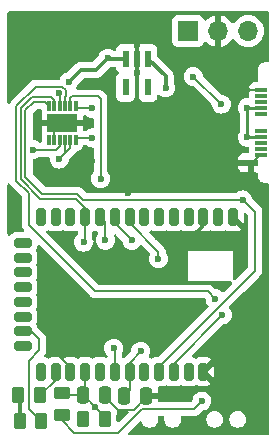
<source format=gbr>
%TF.GenerationSoftware,KiCad,Pcbnew,8.0.1-rc1*%
%TF.CreationDate,2025-05-18T23:27:59-05:00*%
%TF.ProjectId,rfReciever,72665265-6369-4657-9665-722e6b696361,rev?*%
%TF.SameCoordinates,Original*%
%TF.FileFunction,Copper,L4,Bot*%
%TF.FilePolarity,Positive*%
%FSLAX46Y46*%
G04 Gerber Fmt 4.6, Leading zero omitted, Abs format (unit mm)*
G04 Created by KiCad (PCBNEW 8.0.1-rc1) date 2025-05-18 23:27:59*
%MOMM*%
%LPD*%
G01*
G04 APERTURE LIST*
G04 Aperture macros list*
%AMRoundRect*
0 Rectangle with rounded corners*
0 $1 Rounding radius*
0 $2 $3 $4 $5 $6 $7 $8 $9 X,Y pos of 4 corners*
0 Add a 4 corners polygon primitive as box body*
4,1,4,$2,$3,$4,$5,$6,$7,$8,$9,$2,$3,0*
0 Add four circle primitives for the rounded corners*
1,1,$1+$1,$2,$3*
1,1,$1+$1,$4,$5*
1,1,$1+$1,$6,$7*
1,1,$1+$1,$8,$9*
0 Add four rect primitives between the rounded corners*
20,1,$1+$1,$2,$3,$4,$5,0*
20,1,$1+$1,$4,$5,$6,$7,0*
20,1,$1+$1,$6,$7,$8,$9,0*
20,1,$1+$1,$8,$9,$2,$3,0*%
G04 Aperture macros list end*
%TA.AperFunction,ComponentPad*%
%ADD10R,1.700000X1.700000*%
%TD*%
%TA.AperFunction,ComponentPad*%
%ADD11O,1.700000X1.700000*%
%TD*%
%TA.AperFunction,SMDPad,CuDef*%
%ADD12R,1.000000X0.298000*%
%TD*%
%TA.AperFunction,SMDPad,CuDef*%
%ADD13R,1.150000X0.630000*%
%TD*%
%TA.AperFunction,SMDPad,CuDef*%
%ADD14RoundRect,0.031250X0.093750X-0.388750X0.093750X0.388750X-0.093750X0.388750X-0.093750X-0.388750X0*%
%TD*%
%TA.AperFunction,SMDPad,CuDef*%
%ADD15R,2.500000X1.600000*%
%TD*%
%TA.AperFunction,SMDPad,CuDef*%
%ADD16RoundRect,0.250000X-0.262500X-0.450000X0.262500X-0.450000X0.262500X0.450000X-0.262500X0.450000X0*%
%TD*%
%TA.AperFunction,SMDPad,CuDef*%
%ADD17R,0.558800X1.473200*%
%TD*%
%TA.AperFunction,SMDPad,CuDef*%
%ADD18RoundRect,0.250000X-0.250000X-0.475000X0.250000X-0.475000X0.250000X0.475000X-0.250000X0.475000X0*%
%TD*%
%TA.AperFunction,SMDPad,CuDef*%
%ADD19RoundRect,0.209550X0.209550X-0.514350X0.209550X0.514350X-0.209550X0.514350X-0.209550X-0.514350X0*%
%TD*%
%TA.AperFunction,SMDPad,CuDef*%
%ADD20RoundRect,0.209550X-0.514350X-0.209550X0.514350X-0.209550X0.514350X0.209550X-0.514350X0.209550X0*%
%TD*%
%TA.AperFunction,SMDPad,CuDef*%
%ADD21RoundRect,0.250000X-0.450000X0.262500X-0.450000X-0.262500X0.450000X-0.262500X0.450000X0.262500X0*%
%TD*%
%TA.AperFunction,SMDPad,CuDef*%
%ADD22RoundRect,0.250000X0.262500X0.450000X-0.262500X0.450000X-0.262500X-0.450000X0.262500X-0.450000X0*%
%TD*%
%TA.AperFunction,ViaPad*%
%ADD23C,0.600000*%
%TD*%
%TA.AperFunction,Conductor*%
%ADD24C,0.250000*%
%TD*%
%TA.AperFunction,Conductor*%
%ADD25C,0.200000*%
%TD*%
%TA.AperFunction,Conductor*%
%ADD26C,0.150000*%
%TD*%
%TA.AperFunction,Conductor*%
%ADD27C,0.360000*%
%TD*%
G04 APERTURE END LIST*
D10*
%TO.P,J4,1,Pin_1*%
%TO.N,+3.3V*%
X148600000Y-53700000D03*
D11*
%TO.P,J4,2,Pin_2*%
%TO.N,GND*%
X151140000Y-53700000D03*
%TO.P,J4,3,Pin_3*%
%TO.N,+5V*%
X153680000Y-53700000D03*
%TD*%
D12*
%TO.P,J1,B1,GND_B1*%
%TO.N,GND*%
X154755750Y-64200000D03*
%TO.P,J1,B2,TX2+*%
%TO.N,unconnected-(J1-TX2+-PadB2)*%
X154755750Y-63700000D03*
%TO.P,J1,B3,TX2-*%
%TO.N,unconnected-(J1-TX2--PadB3)*%
X154755750Y-63200000D03*
%TO.P,J1,B4,VBUS_B4*%
%TO.N,+5V*%
X154755750Y-62700000D03*
%TO.P,J1,B5,VCONN*%
%TO.N,unconnected-(J1-VCONN-PadB5)*%
X154755750Y-62200000D03*
%TO.P,J1,B8,SBU2*%
%TO.N,unconnected-(J1-SBU2-PadB8)*%
X154755750Y-60700000D03*
%TO.P,J1,B9,VBUS_B9*%
%TO.N,+5V*%
X154755750Y-60200000D03*
%TO.P,J1,B10,RX1-*%
%TO.N,unconnected-(J1-RX1--PadB10)*%
X154755750Y-59700000D03*
%TO.P,J1,B11,RX1+*%
%TO.N,unconnected-(J1-RX1+-PadB11)*%
X154755750Y-59200000D03*
%TO.P,J1,B12,GND_B12*%
%TO.N,GND*%
X154755750Y-58700000D03*
D13*
%TO.P,J1,SH2,SHIELD2*%
X153915750Y-64870000D03*
%TD*%
D14*
%TO.P,U3,1,USBDM*%
%TO.N,/USBDM*%
X139060000Y-62930000D03*
%TO.P,U3,2,~{RESET}#*%
%TO.N,/FTDI_RESET*%
X138610000Y-62930000D03*
%TO.P,U3,3,3V3OUT*%
X138160000Y-62930000D03*
%TO.P,U3,4,VCC*%
%TO.N,+3.3V*%
X137710000Y-62930000D03*
%TO.P,U3,5,GND*%
%TO.N,GND*%
X137260000Y-62930000D03*
%TO.P,U3,6,CBUS0*%
%TO.N,unconnected-(U3-CBUS0-Pad6)*%
X136810000Y-62930000D03*
%TO.P,U3,7,TXD*%
%TO.N,/RF_TXD*%
X136810000Y-60060000D03*
%TO.P,U3,8,RTS#*%
%TO.N,/UART_RTS*%
X137260000Y-60060000D03*
%TO.P,U3,9,VCCIO*%
%TO.N,/FTDI_RESET*%
X137710000Y-60060000D03*
%TO.P,U3,10,RXD*%
%TO.N,/RF_RXD*%
X138160000Y-60060000D03*
%TO.P,U3,11,CTS#*%
%TO.N,/UART_CTS*%
X138610000Y-60060000D03*
%TO.P,U3,12,USBDP*%
%TO.N,/USBDP*%
X139060000Y-60060000D03*
D15*
%TO.P,U3,13,GND*%
%TO.N,GND*%
X137935000Y-61495000D03*
%TD*%
D16*
%TO.P,R17,1*%
%TO.N,+3.3V*%
X134219100Y-84553200D03*
%TO.P,R17,2*%
%TO.N,/RF_BOOTMODE*%
X136044100Y-84553200D03*
%TD*%
D17*
%TO.P,U1,1,OUT*%
%TO.N,+3.3V*%
X143299999Y-56056200D03*
%TO.P,U1,2,GND*%
%TO.N,GND*%
X144250000Y-56056200D03*
%TO.P,U1,3,IN*%
%TO.N,+5V*%
X145200001Y-56056200D03*
%TO.P,U1,4,NC*%
%TO.N,unconnected-(U1-NC-Pad4)*%
X145200001Y-58443800D03*
%TO.P,U1,5,NC*%
%TO.N,unconnected-(U1-NC-Pad5)*%
X143299999Y-58443800D03*
%TD*%
D16*
%TO.P,R11,1*%
%TO.N,+3.3V*%
X134337500Y-86750000D03*
%TO.P,R11,2*%
%TO.N,Net-(X1-SPI_N_SSEL{slash}DIO17)*%
X136162500Y-86750000D03*
%TD*%
D18*
%TO.P,C9,1*%
%TO.N,/RF_SLEEP*%
X139681600Y-84553200D03*
%TO.P,C9,2*%
%TO.N,GND*%
X141581600Y-84553200D03*
%TD*%
D19*
%TO.P,X1,1,GND*%
%TO.N,GND*%
X149880640Y-82553200D03*
%TO.P,X1,2,VCC*%
%TO.N,+3.3V*%
X148630960Y-82553200D03*
%TO.P,X1,3,UART_TX/DIO13*%
%TO.N,/RF_RXD*%
X147381280Y-82553200D03*
%TO.P,X1,4,UART_RX/N_CONFIG/DIO14*%
%TO.N,/RF_TXD*%
X146131600Y-82553200D03*
%TO.P,X1,5,DIO12*%
%TO.N,unconnected-(X1-DIO12-Pad5)*%
X144881920Y-82553200D03*
%TO.P,X1,6,N_RESET*%
%TO.N,/RF_RESET*%
X143632240Y-82553200D03*
%TO.P,X1,7,RSSI/PWM/DIO10*%
%TO.N,/RF_PWM*%
X142382560Y-82553200D03*
%TO.P,X1,8,PWM/GPIO11/I2C_SDA*%
%TO.N,unconnected-(X1-PWM{slash}GPIO11{slash}I2C_SDA-Pad8)*%
X141132880Y-82553200D03*
%TO.P,X1,9,N_DTR/SLEEP_RQ/DIO8*%
%TO.N,/RF_SLEEP*%
X139883200Y-82553200D03*
%TO.P,X1,10,GND*%
%TO.N,GND*%
X138633520Y-82553200D03*
%TO.P,X1,11,N_BOOTMODE/SPI_N_ATTN/DIO19*%
%TO.N,/RF_BOOTMODE*%
X137383840Y-82553200D03*
%TO.P,X1,12,GND*%
%TO.N,GND*%
X136134160Y-82553200D03*
D20*
%TO.P,X1,13,SPI_CLK/DIO18*%
%TO.N,unconnected-(X1-SPI_CLK{slash}DIO18-Pad13)*%
X134597460Y-80381500D03*
%TO.P,X1,14,SPI_N_SSEL/DIO17*%
%TO.N,Net-(X1-SPI_N_SSEL{slash}DIO17)*%
X134597460Y-79131820D03*
%TO.P,X1,15,ASSOCIATE/SPI_MOSI/DIO16*%
%TO.N,unconnected-(X1-ASSOCIATE{slash}SPI_MOSI{slash}DIO16-Pad15)*%
X134597460Y-77882140D03*
%TO.P,X1,16,SPI_MISO/DIO15*%
%TO.N,unconnected-(X1-SPI_MISO{slash}DIO15-Pad16)*%
X134597460Y-76632460D03*
%TO.P,X1,17,[reserved]*%
%TO.N,unconnected-(X1-[reserved]-Pad17)*%
X134597460Y-75382780D03*
%TO.P,X1,18,[reserved]*%
%TO.N,unconnected-(X1-[reserved]-Pad18)*%
X134597460Y-74133100D03*
%TO.P,X1,19,[reserved]*%
%TO.N,unconnected-(X1-[reserved]-Pad19)*%
X134597460Y-72883420D03*
%TO.P,X1,20,COMMISSION/[reserved]*%
%TO.N,unconnected-(X1-COMMISSION{slash}[reserved]-Pad20)*%
X134597460Y-71633740D03*
D19*
%TO.P,X1,21,GND*%
%TO.N,GND*%
X136134160Y-69446800D03*
%TO.P,X1,22,[reserved]*%
%TO.N,unconnected-(X1-[reserved]-Pad22)*%
X137383840Y-69446800D03*
%TO.P,X1,23,DIO4*%
%TO.N,unconnected-(X1-DIO4-Pad23)*%
X138633520Y-69446800D03*
%TO.P,X1,24,N_CTS/DIO7*%
%TO.N,/UART_RTS*%
X139883200Y-69446800D03*
%TO.P,X1,25,ON/N_SLEEP/DIO9*%
%TO.N,/RF_DSLEEP*%
X141132880Y-69446800D03*
%TO.P,X1,26,ASSOCIATE/DIO5*%
%TO.N,/RF_ASSOCIATE*%
X142382560Y-69446800D03*
%TO.P,X1,27,N_RTS/DIO6*%
%TO.N,/UART_CTS*%
X143632240Y-69446800D03*
%TO.P,X1,28,AD3/DIO3*%
%TO.N,unconnected-(X1-AD3{slash}DIO3-Pad28)*%
X144881920Y-69446800D03*
%TO.P,X1,29,AD2/DIO2*%
%TO.N,unconnected-(X1-AD2{slash}DIO2-Pad29)*%
X146131600Y-69446800D03*
%TO.P,X1,30,AD1/DIO1/I2C_SCL*%
%TO.N,unconnected-(X1-AD1{slash}DIO1{slash}I2C_SCL-Pad30)*%
X147381280Y-69446800D03*
%TO.P,X1,31,COMMISSION/AD0/DIO0*%
%TO.N,unconnected-(X1-COMMISSION{slash}AD0{slash}DIO0-Pad31)*%
X148630960Y-69446800D03*
%TO.P,X1,32,GND*%
%TO.N,GND*%
X149880640Y-69446800D03*
%TO.P,X1,33,RF*%
%TO.N,unconnected-(X1-RF-Pad33)*%
X151130320Y-69446800D03*
%TO.P,X1,34,GND*%
%TO.N,GND*%
X152380000Y-69446800D03*
%TD*%
D21*
%TO.P,R13,1*%
%TO.N,/RF_SLEEP*%
X137881600Y-84390700D03*
%TO.P,R13,2*%
%TO.N,/RF_SW_SLEEP*%
X137881600Y-86215700D03*
%TD*%
D18*
%TO.P,C8,1*%
%TO.N,/RF_RESET*%
X143131250Y-84600000D03*
%TO.P,C8,2*%
%TO.N,GND*%
X145031250Y-84600000D03*
%TD*%
D22*
%TO.P,R10,1*%
%TO.N,/RF_SLEEP*%
X141544100Y-86553200D03*
%TO.P,R10,2*%
%TO.N,+3.3V*%
X139719100Y-86553200D03*
%TD*%
D23*
%TO.N,GND*%
X140460000Y-64750000D03*
X142400000Y-53400000D03*
X137685000Y-66445000D03*
X152630000Y-64870000D03*
X151793750Y-83000000D03*
X136134160Y-69446800D03*
X146250000Y-87500000D03*
X137918750Y-71587500D03*
X137006600Y-80553200D03*
X136134160Y-82553200D03*
X142750000Y-86500000D03*
X146681600Y-80303200D03*
X137935000Y-61495000D03*
X152380000Y-69174998D03*
X146081250Y-71175000D03*
X134100000Y-69400000D03*
X147750000Y-61450000D03*
X140460000Y-58250000D03*
X151100000Y-52350000D03*
X151750000Y-87500000D03*
X152900000Y-58000000D03*
X143518750Y-67400000D03*
X149880640Y-69446800D03*
%TO.N,/RF_TXD*%
X153200000Y-68000000D03*
%TO.N,/RF_RXD*%
X151500000Y-77750000D03*
X150875000Y-76375000D03*
%TO.N,/UART_RTS*%
X139743750Y-71587500D03*
%TO.N,/UART_CTS*%
X146081250Y-73000000D03*
X141182500Y-66200000D03*
%TO.N,/RF_SLEEP*%
X140700000Y-85500000D03*
%TO.N,/RF_RESET*%
X144581250Y-80825000D03*
X143131250Y-84750000D03*
%TO.N,/RF_PWM*%
X142294100Y-80553200D03*
%TO.N,/RF_ASSOCIATE*%
X143831250Y-71425000D03*
%TO.N,+5V*%
X146700000Y-58500000D03*
X153600000Y-60200000D03*
X153600000Y-62700000D03*
%TO.N,+3.3V*%
X134219100Y-84553200D03*
X139719100Y-86553200D03*
X148630960Y-82553200D03*
X138500000Y-58000000D03*
X135425000Y-63750000D03*
X141800000Y-56000000D03*
%TO.N,/RF_SW_SLEEP*%
X149756250Y-85037500D03*
%TO.N,/RF_DSLEEP*%
X141581250Y-71425000D03*
%TO.N,/USBDM*%
X140497500Y-62750000D03*
%TO.N,/USBDP*%
X140497500Y-60250000D03*
%TO.N,/FTDI_RESET*%
X137685000Y-64545000D03*
X137685000Y-58995000D03*
%TO.N,/USB_Identifier*%
X149040000Y-57560000D03*
X151400000Y-59900000D03*
%TD*%
D24*
%TO.N,GND*%
X149880640Y-70170699D02*
X148876339Y-71175000D01*
D25*
X141581600Y-84553200D02*
X141581600Y-84710094D01*
X142646506Y-85775000D02*
X143980820Y-85775000D01*
X145031250Y-84724570D02*
X145031250Y-84600000D01*
D24*
X151160000Y-52410000D02*
X151160000Y-53948959D01*
D25*
X141581600Y-84710094D02*
X142646506Y-85775000D01*
D26*
X137260000Y-62930000D02*
X137260000Y-62170000D01*
D25*
X143980820Y-85775000D02*
X145031250Y-84724570D01*
X137006600Y-80553200D02*
X138633520Y-82180120D01*
X142750000Y-86500000D02*
X142750000Y-85878494D01*
D24*
X144250000Y-54850000D02*
X144250000Y-56056200D01*
D25*
X153616306Y-58716306D02*
X154748994Y-58716306D01*
X153915750Y-64870000D02*
X154032767Y-64870000D01*
D24*
X148876339Y-71175000D02*
X146081250Y-71175000D01*
X142400000Y-53400000D02*
X142800000Y-53400000D01*
D25*
X152900000Y-58000000D02*
X153616306Y-58716306D01*
X142750000Y-85878494D02*
X142646506Y-85775000D01*
X138633520Y-82180120D02*
X138633520Y-82553200D01*
D26*
X137260000Y-62170000D02*
X137935000Y-61495000D01*
D24*
X151160000Y-53948959D02*
X150884479Y-54224480D01*
D25*
X154032767Y-64870000D02*
X154697994Y-64204773D01*
D24*
X142800000Y-53400000D02*
X144250000Y-54850000D01*
X149880640Y-69446800D02*
X149880640Y-70170699D01*
X151100000Y-52350000D02*
X151160000Y-52410000D01*
D25*
%TO.N,/RF_TXD*%
X153200000Y-68000000D02*
X139725985Y-68000000D01*
X135550000Y-59700000D02*
X136450000Y-59700000D01*
X153250000Y-68000000D02*
X153200000Y-68000000D01*
X139725985Y-68000000D02*
X139225985Y-67500000D01*
X154250000Y-74000000D02*
X154250000Y-69000000D01*
X146131600Y-82118400D02*
X154250000Y-74000000D01*
X136450000Y-59700000D02*
X136810000Y-60060000D01*
X154250000Y-69000000D02*
X153250000Y-68000000D01*
X139225985Y-67500000D02*
X136250000Y-67500000D01*
X146131600Y-82553200D02*
X146131600Y-82118400D01*
X134825000Y-66075000D02*
X134825000Y-60425000D01*
X134825000Y-60425000D02*
X135550000Y-59700000D01*
X136250000Y-67500000D02*
X134825000Y-66075000D01*
D26*
%TO.N,/RF_RXD*%
X140750000Y-75750000D02*
X135100000Y-70100000D01*
X147381280Y-81868720D02*
X147381280Y-82553200D01*
X135100000Y-67446016D02*
X134050000Y-66396015D01*
X134050000Y-60050000D02*
X135680000Y-58420000D01*
X150875000Y-76375000D02*
X150250000Y-75750000D01*
X150250000Y-75750000D02*
X140750000Y-75750000D01*
X138160000Y-59333173D02*
X138260000Y-59233173D01*
X138160000Y-60060000D02*
X138160000Y-59333173D01*
X151500000Y-77750000D02*
X147381280Y-81868720D01*
X138260000Y-59233173D02*
X138260000Y-58729670D01*
X135680000Y-58420000D02*
X137950330Y-58420000D01*
X138260000Y-58729670D02*
X137950330Y-58420000D01*
X135100000Y-70100000D02*
X135100000Y-67446016D01*
X134050000Y-66396015D02*
X134050000Y-60050000D01*
D25*
%TO.N,/RF_BOOTMODE*%
X136044100Y-84553200D02*
X137383840Y-83213460D01*
X137383840Y-83213460D02*
X137383840Y-82553200D01*
%TO.N,/UART_RTS*%
X134425000Y-66240685D02*
X134425000Y-60259314D01*
X137260000Y-59558176D02*
X137260000Y-60060000D01*
X139883200Y-69446800D02*
X139883200Y-71448050D01*
X139883200Y-69446800D02*
X139883200Y-68722901D01*
X135384314Y-59300000D02*
X137001824Y-59300000D01*
X137001824Y-59300000D02*
X137260000Y-59558176D01*
X139883200Y-68722901D02*
X139060299Y-67900000D01*
X139883200Y-71448050D02*
X139743750Y-71587500D01*
X136084314Y-67900000D02*
X134425000Y-66240685D01*
X139060299Y-67900000D02*
X136084314Y-67900000D01*
X134425000Y-60259314D02*
X135384314Y-59300000D01*
%TO.N,/UART_CTS*%
X146081250Y-72381250D02*
X143632240Y-69932240D01*
D26*
X141182500Y-66200000D02*
X141182500Y-59432500D01*
X138750000Y-59250000D02*
X138610000Y-59390000D01*
X141182500Y-59432500D02*
X141000000Y-59250000D01*
X138610000Y-59390000D02*
X138610000Y-60060000D01*
D25*
X143632240Y-69932240D02*
X143632240Y-69446800D01*
D26*
X141000000Y-59250000D02*
X138750000Y-59250000D01*
D25*
X146081250Y-73000000D02*
X146081250Y-72381250D01*
%TO.N,Net-(X1-SPI_N_SSEL{slash}DIO17)*%
X136162500Y-86750000D02*
X135100000Y-85687500D01*
X136000000Y-79810461D02*
X135321359Y-79131820D01*
X135100000Y-85687500D02*
X135100000Y-81614639D01*
X135100000Y-81614639D02*
X136000000Y-80714639D01*
X135321359Y-79131820D02*
X134597460Y-79131820D01*
X136000000Y-80714639D02*
X136000000Y-79810461D01*
%TO.N,/RF_SLEEP*%
X139681600Y-84553200D02*
X138044100Y-84553200D01*
X141544100Y-86344100D02*
X141544100Y-86553200D01*
X138044100Y-84553200D02*
X137881600Y-84390700D01*
X139883200Y-82553200D02*
X139883200Y-84351600D01*
X137919100Y-84353200D02*
X137881600Y-84390700D01*
X139681600Y-84553200D02*
X139753200Y-84553200D01*
X140700000Y-85500000D02*
X141544100Y-86344100D01*
X139753200Y-84553200D02*
X140700000Y-85500000D01*
X139883200Y-84351600D02*
X139681600Y-84553200D01*
%TO.N,/RF_RESET*%
X143632240Y-84099010D02*
X143632240Y-82553200D01*
X143632240Y-82553200D02*
X143632240Y-81774010D01*
X143131250Y-84600000D02*
X143632240Y-84099010D01*
X143632240Y-81774010D02*
X144581250Y-80825000D01*
%TO.N,/RF_PWM*%
X142382560Y-80641660D02*
X142382560Y-82553200D01*
X142294100Y-80553200D02*
X142382560Y-80641660D01*
%TO.N,/RF_ASSOCIATE*%
X142382560Y-69976310D02*
X142382560Y-69446800D01*
X143831250Y-71425000D02*
X142382560Y-69976310D01*
D24*
%TO.N,+5V*%
X153600000Y-62700000D02*
X154755750Y-62700000D01*
D27*
X146700000Y-57556199D02*
X146700000Y-58500000D01*
D24*
X153600000Y-62700000D02*
X153600000Y-60200000D01*
X153600000Y-60200000D02*
X154755750Y-60200000D01*
D27*
X145200001Y-56056200D02*
X146700000Y-57556199D01*
%TO.N,+3.3V*%
X138500000Y-58000000D02*
X139500000Y-57000000D01*
D25*
X137710000Y-62930000D02*
X137710000Y-63350000D01*
X137391824Y-63750000D02*
X137710000Y-63431824D01*
D27*
X143299999Y-56056200D02*
X141856200Y-56056200D01*
X139500000Y-57000000D02*
X140800000Y-57000000D01*
X134337500Y-86750000D02*
X134337500Y-84671600D01*
X134337500Y-84671600D02*
X134219100Y-84553200D01*
D25*
X137710000Y-63431824D02*
X137710000Y-62930000D01*
D27*
X141856200Y-56056200D02*
X141800000Y-56000000D01*
D25*
X135425000Y-63750000D02*
X137391824Y-63750000D01*
D27*
X140800000Y-57000000D02*
X141800000Y-56000000D01*
D26*
X148070000Y-53900000D02*
X148670000Y-54500000D01*
D25*
%TO.N,/RF_SW_SLEEP*%
X149093750Y-85700000D02*
X149756250Y-85037500D01*
X144710753Y-85700000D02*
X149093750Y-85700000D01*
X137881600Y-86215700D02*
X137881600Y-86673650D01*
X138957950Y-87750000D02*
X142660753Y-87750000D01*
X142660753Y-87750000D02*
X144710753Y-85700000D01*
X137881600Y-86673650D02*
X138957950Y-87750000D01*
%TO.N,/RF_DSLEEP*%
X141581250Y-69895170D02*
X141132880Y-69446800D01*
X141581250Y-71425000D02*
X141581250Y-69895170D01*
D26*
%TO.N,/USBDM*%
X139060000Y-62930000D02*
X139240000Y-62750000D01*
X139240000Y-62750000D02*
X140497500Y-62750000D01*
%TO.N,/USBDP*%
X139060000Y-60060000D02*
X139250000Y-60250000D01*
X139250000Y-60250000D02*
X140497500Y-60250000D01*
%TO.N,/FTDI_RESET*%
X137710000Y-60060000D02*
X137710000Y-59020000D01*
X137710000Y-59020000D02*
X137685000Y-58995000D01*
X138610000Y-62930000D02*
X138610000Y-63620000D01*
X138610000Y-63620000D02*
X138160000Y-64070000D01*
X138160000Y-64070000D02*
X137685000Y-64545000D01*
X138160000Y-62930000D02*
X138160000Y-64070000D01*
%TO.N,/USB_Identifier*%
X151400000Y-59900000D02*
X151380000Y-59900000D01*
X151380000Y-59900000D02*
X149040000Y-57560000D01*
%TD*%
%TA.AperFunction,Conductor*%
%TO.N,GND*%
G36*
X155392539Y-52070185D02*
G01*
X155438294Y-52122989D01*
X155449500Y-52174500D01*
X155449500Y-54452484D01*
X155449377Y-54454400D01*
X155449500Y-54500502D01*
X155449500Y-54546396D01*
X155449627Y-54548304D01*
X155454112Y-56225168D01*
X155434606Y-56292260D01*
X155381925Y-56338156D01*
X155330112Y-56349500D01*
X155152962Y-56349500D01*
X155152833Y-56349490D01*
X155147118Y-56349491D01*
X155146951Y-56349442D01*
X155028038Y-56349460D01*
X154896126Y-56379588D01*
X154896122Y-56379589D01*
X154896121Y-56379590D01*
X154860759Y-56396624D01*
X154774212Y-56438316D01*
X154668423Y-56522696D01*
X154668422Y-56522697D01*
X154584063Y-56628496D01*
X154555046Y-56688759D01*
X154525357Y-56750416D01*
X154504758Y-56840676D01*
X154495249Y-56882341D01*
X154495249Y-56882343D01*
X154495250Y-56921062D01*
X154495250Y-57927000D01*
X154475565Y-57994039D01*
X154422761Y-58039794D01*
X154371250Y-58051000D01*
X154207905Y-58051000D01*
X154148377Y-58057401D01*
X154148370Y-58057403D01*
X154013663Y-58107645D01*
X154013656Y-58107649D01*
X153898562Y-58193809D01*
X153898559Y-58193812D01*
X153812399Y-58308906D01*
X153812395Y-58308913D01*
X153762153Y-58443620D01*
X153762151Y-58443627D01*
X153755750Y-58503155D01*
X153755750Y-58551000D01*
X153757123Y-58551000D01*
X153824162Y-58570685D01*
X153869917Y-58623489D01*
X153879861Y-58692647D01*
X153856390Y-58749309D01*
X153818958Y-58799312D01*
X153765181Y-58839568D01*
X153755750Y-58849000D01*
X153755750Y-58896828D01*
X153759789Y-58934397D01*
X153759789Y-58960907D01*
X153755250Y-59003126D01*
X153755250Y-59273171D01*
X153735565Y-59340210D01*
X153682761Y-59385965D01*
X153617368Y-59396391D01*
X153600000Y-59394435D01*
X153599998Y-59394435D01*
X153599997Y-59394435D01*
X153599996Y-59394435D01*
X153420750Y-59414630D01*
X153420745Y-59414631D01*
X153250476Y-59474211D01*
X153097737Y-59570184D01*
X152970184Y-59697737D01*
X152874211Y-59850476D01*
X152814631Y-60020745D01*
X152814630Y-60020750D01*
X152794435Y-60199996D01*
X152794435Y-60200003D01*
X152814630Y-60379249D01*
X152814631Y-60379254D01*
X152874211Y-60549524D01*
X152955493Y-60678881D01*
X152974500Y-60744854D01*
X152974500Y-62155145D01*
X152955494Y-62221117D01*
X152874211Y-62350476D01*
X152814631Y-62520745D01*
X152814630Y-62520750D01*
X152794435Y-62699996D01*
X152794435Y-62700003D01*
X152814630Y-62879249D01*
X152814631Y-62879254D01*
X152874211Y-63049523D01*
X152924662Y-63129815D01*
X152970184Y-63202262D01*
X153097738Y-63329816D01*
X153250478Y-63425789D01*
X153393367Y-63475788D01*
X153420745Y-63485368D01*
X153420750Y-63485369D01*
X153599996Y-63505565D01*
X153599998Y-63505565D01*
X153599998Y-63505564D01*
X153600000Y-63505565D01*
X153617365Y-63503608D01*
X153686185Y-63515661D01*
X153737566Y-63563009D01*
X153755250Y-63626828D01*
X153755250Y-63896868D01*
X153755251Y-63896874D01*
X153757495Y-63917746D01*
X153745088Y-63986506D01*
X153697477Y-64037643D01*
X153634205Y-64055000D01*
X153292905Y-64055000D01*
X153233377Y-64061401D01*
X153233370Y-64061403D01*
X153098663Y-64111645D01*
X153098656Y-64111649D01*
X152983562Y-64197809D01*
X152983559Y-64197812D01*
X152897399Y-64312906D01*
X152897395Y-64312913D01*
X152847153Y-64447620D01*
X152847151Y-64447627D01*
X152840750Y-64507155D01*
X152840750Y-64620000D01*
X154041750Y-64620000D01*
X154108789Y-64639685D01*
X154154544Y-64692489D01*
X154165750Y-64744000D01*
X154165750Y-65685000D01*
X154371250Y-65685000D01*
X154438289Y-65704685D01*
X154484044Y-65757489D01*
X154495250Y-65809000D01*
X154495250Y-65997265D01*
X154495299Y-65998016D01*
X154495299Y-66017653D01*
X154504200Y-66056658D01*
X154525403Y-66149565D01*
X154584103Y-66271474D01*
X154584104Y-66271475D01*
X154584105Y-66271477D01*
X154668460Y-66377269D01*
X154774238Y-66461641D01*
X154896138Y-66520363D01*
X155028047Y-66550490D01*
X155047893Y-66550492D01*
X155047990Y-66550500D01*
X155095700Y-66550500D01*
X155143294Y-66550508D01*
X155143295Y-66550507D01*
X155152833Y-66550509D01*
X155152962Y-66550500D01*
X155331139Y-66550500D01*
X155398178Y-66570185D01*
X155443933Y-66622989D01*
X155455138Y-66674530D01*
X155452731Y-75886992D01*
X155449611Y-87825532D01*
X155429909Y-87892567D01*
X155377093Y-87938308D01*
X155325611Y-87949500D01*
X143609850Y-87949500D01*
X143542811Y-87929815D01*
X143497056Y-87877011D01*
X143487112Y-87807853D01*
X143516137Y-87744297D01*
X143522169Y-87737819D01*
X143994970Y-87265018D01*
X144467879Y-86792108D01*
X144529200Y-86758625D01*
X144598891Y-86763609D01*
X144654825Y-86805481D01*
X144670119Y-86832338D01*
X144706928Y-86921202D01*
X144706933Y-86921212D01*
X144784028Y-87036592D01*
X144784031Y-87036596D01*
X144882153Y-87134718D01*
X144882157Y-87134721D01*
X144997537Y-87211816D01*
X144997543Y-87211819D01*
X144997544Y-87211820D01*
X145125755Y-87264927D01*
X145261858Y-87291999D01*
X145261862Y-87292000D01*
X145261863Y-87292000D01*
X145400638Y-87292000D01*
X145400639Y-87291999D01*
X145536745Y-87264927D01*
X145664956Y-87211820D01*
X145780343Y-87134721D01*
X145878471Y-87036593D01*
X145955570Y-86921206D01*
X146008677Y-86792995D01*
X146035750Y-86656887D01*
X146035750Y-86518113D01*
X146035625Y-86517488D01*
X146021942Y-86448691D01*
X146028169Y-86379099D01*
X146071033Y-86323922D01*
X146136923Y-86300678D01*
X146143559Y-86300500D01*
X146468941Y-86300500D01*
X146535980Y-86320185D01*
X146581735Y-86372989D01*
X146591679Y-86442147D01*
X146590558Y-86448691D01*
X146576750Y-86518108D01*
X146576750Y-86656891D01*
X146603821Y-86792987D01*
X146603823Y-86792995D01*
X146656928Y-86921203D01*
X146656933Y-86921212D01*
X146734028Y-87036592D01*
X146734031Y-87036596D01*
X146832153Y-87134718D01*
X146832157Y-87134721D01*
X146947537Y-87211816D01*
X146947543Y-87211819D01*
X146947544Y-87211820D01*
X147075755Y-87264927D01*
X147211858Y-87291999D01*
X147211862Y-87292000D01*
X147211863Y-87292000D01*
X147350638Y-87292000D01*
X147350639Y-87291999D01*
X147486745Y-87264927D01*
X147614956Y-87211820D01*
X147730343Y-87134721D01*
X147828471Y-87036593D01*
X147905570Y-86921206D01*
X147958677Y-86792995D01*
X147985749Y-86656891D01*
X150126750Y-86656891D01*
X150153821Y-86792987D01*
X150153823Y-86792995D01*
X150206928Y-86921203D01*
X150206933Y-86921212D01*
X150284028Y-87036592D01*
X150284031Y-87036596D01*
X150382153Y-87134718D01*
X150382157Y-87134721D01*
X150497537Y-87211816D01*
X150497543Y-87211819D01*
X150497544Y-87211820D01*
X150625755Y-87264927D01*
X150761858Y-87291999D01*
X150761862Y-87292000D01*
X150761863Y-87292000D01*
X150900638Y-87292000D01*
X150900639Y-87291999D01*
X151036745Y-87264927D01*
X151164956Y-87211820D01*
X151280343Y-87134721D01*
X151378471Y-87036593D01*
X151455570Y-86921206D01*
X151508677Y-86792995D01*
X151535749Y-86656891D01*
X152076750Y-86656891D01*
X152103821Y-86792987D01*
X152103823Y-86792995D01*
X152156928Y-86921203D01*
X152156933Y-86921212D01*
X152234028Y-87036592D01*
X152234031Y-87036596D01*
X152332153Y-87134718D01*
X152332157Y-87134721D01*
X152447537Y-87211816D01*
X152447543Y-87211819D01*
X152447544Y-87211820D01*
X152575755Y-87264927D01*
X152711858Y-87291999D01*
X152711862Y-87292000D01*
X152711863Y-87292000D01*
X152850638Y-87292000D01*
X152850639Y-87291999D01*
X152986745Y-87264927D01*
X153114956Y-87211820D01*
X153230343Y-87134721D01*
X153328471Y-87036593D01*
X153405570Y-86921206D01*
X153458677Y-86792995D01*
X153485750Y-86656887D01*
X153485750Y-86518113D01*
X153458677Y-86382005D01*
X153417601Y-86282839D01*
X153405571Y-86253796D01*
X153405566Y-86253787D01*
X153328471Y-86138407D01*
X153328468Y-86138403D01*
X153230346Y-86040281D01*
X153230342Y-86040278D01*
X153114962Y-85963183D01*
X153114953Y-85963178D01*
X152986745Y-85910073D01*
X152986737Y-85910071D01*
X152850641Y-85883000D01*
X152850637Y-85883000D01*
X152711863Y-85883000D01*
X152711858Y-85883000D01*
X152575762Y-85910071D01*
X152575754Y-85910073D01*
X152447546Y-85963178D01*
X152447537Y-85963183D01*
X152332157Y-86040278D01*
X152332153Y-86040281D01*
X152234031Y-86138403D01*
X152234028Y-86138407D01*
X152156933Y-86253787D01*
X152156928Y-86253796D01*
X152103823Y-86382004D01*
X152103821Y-86382012D01*
X152076750Y-86518108D01*
X152076750Y-86656891D01*
X151535749Y-86656891D01*
X151535750Y-86656887D01*
X151535750Y-86518113D01*
X151508677Y-86382005D01*
X151467601Y-86282839D01*
X151455571Y-86253796D01*
X151455566Y-86253787D01*
X151378471Y-86138407D01*
X151378468Y-86138403D01*
X151280346Y-86040281D01*
X151280342Y-86040278D01*
X151164962Y-85963183D01*
X151164953Y-85963178D01*
X151036745Y-85910073D01*
X151036737Y-85910071D01*
X150900641Y-85883000D01*
X150900637Y-85883000D01*
X150761863Y-85883000D01*
X150761858Y-85883000D01*
X150625762Y-85910071D01*
X150625754Y-85910073D01*
X150497546Y-85963178D01*
X150497537Y-85963183D01*
X150382157Y-86040278D01*
X150382153Y-86040281D01*
X150284031Y-86138403D01*
X150284028Y-86138407D01*
X150206933Y-86253787D01*
X150206928Y-86253796D01*
X150153823Y-86382004D01*
X150153821Y-86382012D01*
X150126750Y-86518108D01*
X150126750Y-86656891D01*
X147985749Y-86656891D01*
X147985750Y-86656887D01*
X147985750Y-86518113D01*
X147985625Y-86517488D01*
X147971942Y-86448691D01*
X147978169Y-86379099D01*
X148021033Y-86323922D01*
X148086923Y-86300678D01*
X148093559Y-86300500D01*
X149007081Y-86300500D01*
X149007097Y-86300501D01*
X149014693Y-86300501D01*
X149172804Y-86300501D01*
X149172807Y-86300501D01*
X149325535Y-86259577D01*
X149384057Y-86225789D01*
X149462466Y-86180520D01*
X149574270Y-86068716D01*
X149574270Y-86068714D01*
X149584474Y-86058511D01*
X149584478Y-86058506D01*
X149774785Y-85868198D01*
X149836106Y-85834715D01*
X149848561Y-85832663D01*
X149935505Y-85822868D01*
X150105772Y-85763289D01*
X150258512Y-85667316D01*
X150386066Y-85539762D01*
X150482039Y-85387022D01*
X150541618Y-85216755D01*
X150549086Y-85150478D01*
X150561815Y-85037503D01*
X150561815Y-85037496D01*
X150541619Y-84858250D01*
X150541618Y-84858245D01*
X150495343Y-84726000D01*
X150482039Y-84687978D01*
X150386066Y-84535238D01*
X150258512Y-84407684D01*
X150166709Y-84350000D01*
X150105773Y-84311711D01*
X149935504Y-84252131D01*
X149935499Y-84252130D01*
X149756254Y-84231935D01*
X149756246Y-84231935D01*
X149577000Y-84252130D01*
X149576995Y-84252131D01*
X149406726Y-84311711D01*
X149253987Y-84407684D01*
X149126434Y-84535237D01*
X149030460Y-84687978D01*
X148970880Y-84858250D01*
X148961087Y-84945167D01*
X148934020Y-85009581D01*
X148925550Y-85018962D01*
X148881335Y-85063179D01*
X148820013Y-85096666D01*
X148793652Y-85099500D01*
X146155250Y-85099500D01*
X146088211Y-85079815D01*
X146042456Y-85027011D01*
X146031250Y-84975500D01*
X146031250Y-84850000D01*
X144905250Y-84850000D01*
X144838211Y-84830315D01*
X144792456Y-84777511D01*
X144781250Y-84726000D01*
X144781250Y-84474000D01*
X144800935Y-84406961D01*
X144853739Y-84361206D01*
X144905250Y-84350000D01*
X146031249Y-84350000D01*
X146031249Y-84075028D01*
X146031248Y-84075013D01*
X146020755Y-83972301D01*
X146010252Y-83940602D01*
X146007851Y-83870773D01*
X146043583Y-83810732D01*
X146106103Y-83779540D01*
X146127952Y-83777599D01*
X146398538Y-83777599D01*
X146398545Y-83777599D01*
X146470072Y-83771100D01*
X146470073Y-83771099D01*
X146470080Y-83771099D01*
X146634704Y-83719800D01*
X146692289Y-83684987D01*
X146759843Y-83667151D01*
X146820590Y-83684987D01*
X146878176Y-83719800D01*
X147042800Y-83771099D01*
X147114341Y-83777600D01*
X147648218Y-83777599D01*
X147648225Y-83777599D01*
X147719752Y-83771100D01*
X147719753Y-83771099D01*
X147719760Y-83771099D01*
X147884384Y-83719800D01*
X147941969Y-83684987D01*
X148009523Y-83667151D01*
X148070270Y-83684987D01*
X148127856Y-83719800D01*
X148292480Y-83771099D01*
X148364021Y-83777600D01*
X148897898Y-83777599D01*
X148897905Y-83777599D01*
X148969432Y-83771100D01*
X148969433Y-83771099D01*
X148969440Y-83771099D01*
X149134064Y-83719800D01*
X149192133Y-83684695D01*
X149259686Y-83666859D01*
X149320432Y-83684695D01*
X149377741Y-83719339D01*
X149377745Y-83719341D01*
X149542250Y-83770602D01*
X149542248Y-83770602D01*
X149613749Y-83777100D01*
X150147531Y-83777100D01*
X150219030Y-83770602D01*
X150383534Y-83719341D01*
X150530998Y-83630196D01*
X150567540Y-83593653D01*
X149614767Y-82640880D01*
X149581282Y-82579557D01*
X149583167Y-82553200D01*
X150234193Y-82553200D01*
X150799739Y-83118747D01*
X150799740Y-83118746D01*
X150799740Y-81987653D01*
X150799739Y-81987652D01*
X150234193Y-82553199D01*
X150234193Y-82553200D01*
X149583167Y-82553200D01*
X149586266Y-82509865D01*
X149614767Y-82465517D01*
X149880640Y-82199646D01*
X150567540Y-81512745D01*
X150530992Y-81476198D01*
X150383538Y-81387060D01*
X150383534Y-81387058D01*
X150219029Y-81335797D01*
X150219031Y-81335797D01*
X150147531Y-81329300D01*
X149613749Y-81329300D01*
X149542249Y-81335797D01*
X149377750Y-81387057D01*
X149377739Y-81387062D01*
X149320430Y-81421705D01*
X149252875Y-81439540D01*
X149192134Y-81421704D01*
X149134066Y-81386601D01*
X149134065Y-81386600D01*
X149134064Y-81386600D01*
X148981630Y-81339099D01*
X148923486Y-81300364D01*
X148895512Y-81236339D01*
X148906593Y-81167353D01*
X148930840Y-81133038D01*
X151478690Y-78585188D01*
X151540011Y-78551705D01*
X151552483Y-78549651D01*
X151577210Y-78546865D01*
X151679250Y-78535369D01*
X151679253Y-78535368D01*
X151679255Y-78535368D01*
X151849522Y-78475789D01*
X152002262Y-78379816D01*
X152129816Y-78252262D01*
X152225789Y-78099522D01*
X152285368Y-77929255D01*
X152305565Y-77750000D01*
X152285368Y-77570745D01*
X152225789Y-77400478D01*
X152129816Y-77247738D01*
X152078337Y-77196259D01*
X152044852Y-77134936D01*
X152049836Y-77065244D01*
X152078337Y-77020897D01*
X153302573Y-75796661D01*
X154608506Y-74490728D01*
X154608511Y-74490724D01*
X154618714Y-74480520D01*
X154618716Y-74480520D01*
X154730520Y-74368716D01*
X154809577Y-74231784D01*
X154850500Y-74079057D01*
X154850500Y-69089060D01*
X154850501Y-69089047D01*
X154850501Y-68920944D01*
X154838207Y-68875062D01*
X154809577Y-68768216D01*
X154734915Y-68638896D01*
X154730524Y-68631290D01*
X154730518Y-68631282D01*
X154024351Y-67925116D01*
X153990866Y-67863793D01*
X153988813Y-67851332D01*
X153985368Y-67820745D01*
X153925789Y-67650478D01*
X153829816Y-67497738D01*
X153702262Y-67370184D01*
X153691117Y-67363181D01*
X153549523Y-67274211D01*
X153379254Y-67214631D01*
X153379249Y-67214630D01*
X153200004Y-67194435D01*
X153199996Y-67194435D01*
X153020750Y-67214630D01*
X153020745Y-67214631D01*
X152850476Y-67274211D01*
X152697736Y-67370185D01*
X152694903Y-67372445D01*
X152692724Y-67373334D01*
X152691842Y-67373889D01*
X152691744Y-67373734D01*
X152630217Y-67398855D01*
X152617588Y-67399500D01*
X140026083Y-67399500D01*
X139959044Y-67379815D01*
X139938402Y-67363181D01*
X139594702Y-67019481D01*
X139594701Y-67019480D01*
X139507889Y-66969360D01*
X139507889Y-66969359D01*
X139507885Y-66969358D01*
X139457770Y-66940423D01*
X139305042Y-66899499D01*
X139146928Y-66899499D01*
X139139332Y-66899499D01*
X139139316Y-66899500D01*
X136550097Y-66899500D01*
X136483058Y-66879815D01*
X136462416Y-66863181D01*
X135461819Y-65862584D01*
X135428334Y-65801261D01*
X135425500Y-65774903D01*
X135425500Y-64666321D01*
X135445185Y-64599282D01*
X135497989Y-64553527D01*
X135535612Y-64543101D01*
X135604255Y-64535368D01*
X135774522Y-64475789D01*
X135927262Y-64379816D01*
X135927267Y-64379810D01*
X135930097Y-64377555D01*
X135932275Y-64376665D01*
X135933158Y-64376111D01*
X135933255Y-64376265D01*
X135994783Y-64351145D01*
X136007412Y-64350500D01*
X136762594Y-64350500D01*
X136829633Y-64370185D01*
X136875388Y-64422989D01*
X136885814Y-64488384D01*
X136879435Y-64544997D01*
X136879435Y-64545003D01*
X136899630Y-64724249D01*
X136899631Y-64724254D01*
X136959211Y-64894523D01*
X137055184Y-65047262D01*
X137182738Y-65174816D01*
X137335478Y-65270789D01*
X137397159Y-65292372D01*
X137505745Y-65330368D01*
X137505750Y-65330369D01*
X137684996Y-65350565D01*
X137685000Y-65350565D01*
X137685004Y-65350565D01*
X137864249Y-65330369D01*
X137864252Y-65330368D01*
X137864255Y-65330368D01*
X138034522Y-65270789D01*
X138187262Y-65174816D01*
X138314816Y-65047262D01*
X138410789Y-64894522D01*
X138470368Y-64724255D01*
X138471785Y-64711683D01*
X138484651Y-64597487D01*
X138511717Y-64533073D01*
X138520178Y-64523700D01*
X138620514Y-64423366D01*
X138620515Y-64423365D01*
X139070515Y-63973365D01*
X139106419Y-63911176D01*
X139156983Y-63862962D01*
X139199014Y-63850063D01*
X139280833Y-63840238D01*
X139416816Y-63786613D01*
X139533289Y-63698289D01*
X139621613Y-63581816D01*
X139675238Y-63445833D01*
X139675238Y-63445831D01*
X139675239Y-63445830D01*
X139676574Y-63434715D01*
X139704111Y-63370501D01*
X139761994Y-63331368D01*
X139799689Y-63325500D01*
X139889560Y-63325500D01*
X139956599Y-63345185D01*
X139977241Y-63361819D01*
X139995238Y-63379816D01*
X140068402Y-63425788D01*
X140100298Y-63445830D01*
X140147978Y-63475789D01*
X140233073Y-63505565D01*
X140318245Y-63535368D01*
X140318249Y-63535369D01*
X140413447Y-63546094D01*
X140496884Y-63555495D01*
X140561297Y-63582561D01*
X140600852Y-63640156D01*
X140607000Y-63678715D01*
X140607000Y-65592060D01*
X140587315Y-65659099D01*
X140570681Y-65679741D01*
X140552684Y-65697737D01*
X140456711Y-65850476D01*
X140397131Y-66020745D01*
X140397130Y-66020750D01*
X140376935Y-66199996D01*
X140376935Y-66200003D01*
X140397130Y-66379249D01*
X140397131Y-66379254D01*
X140456711Y-66549523D01*
X140535260Y-66674532D01*
X140552684Y-66702262D01*
X140680238Y-66829816D01*
X140832978Y-66925789D01*
X140874800Y-66940423D01*
X141003245Y-66985368D01*
X141003250Y-66985369D01*
X141182496Y-67005565D01*
X141182500Y-67005565D01*
X141182504Y-67005565D01*
X141361749Y-66985369D01*
X141361752Y-66985368D01*
X141361755Y-66985368D01*
X141532022Y-66925789D01*
X141684762Y-66829816D01*
X141812316Y-66702262D01*
X141908289Y-66549522D01*
X141967868Y-66379255D01*
X141968092Y-66377269D01*
X141988065Y-66200003D01*
X141988065Y-66199996D01*
X141967869Y-66020750D01*
X141967868Y-66020745D01*
X141908288Y-65850476D01*
X141812315Y-65697737D01*
X141794319Y-65679741D01*
X141760834Y-65618418D01*
X141758000Y-65592060D01*
X141758000Y-65120000D01*
X152840750Y-65120000D01*
X152840750Y-65232844D01*
X152847151Y-65292372D01*
X152847153Y-65292379D01*
X152897395Y-65427086D01*
X152897399Y-65427093D01*
X152983559Y-65542187D01*
X152983562Y-65542190D01*
X153098656Y-65628350D01*
X153098663Y-65628354D01*
X153233370Y-65678596D01*
X153233377Y-65678598D01*
X153292905Y-65684999D01*
X153292922Y-65685000D01*
X153665750Y-65685000D01*
X153665750Y-65120000D01*
X152840750Y-65120000D01*
X141758000Y-65120000D01*
X141758000Y-59356736D01*
X141758000Y-59356734D01*
X141718781Y-59210365D01*
X141643015Y-59079135D01*
X141535865Y-58971985D01*
X141353365Y-58789485D01*
X141283782Y-58749311D01*
X141222136Y-58713719D01*
X141143492Y-58692647D01*
X141075766Y-58674500D01*
X141075765Y-58674500D01*
X139245953Y-58674500D01*
X139178914Y-58654815D01*
X139133159Y-58602011D01*
X139123215Y-58532853D01*
X139140959Y-58484528D01*
X139166663Y-58443620D01*
X139225789Y-58349522D01*
X139277233Y-58202501D01*
X139306591Y-58155779D01*
X139745553Y-57716819D01*
X139806876Y-57683334D01*
X139833234Y-57680500D01*
X140867022Y-57680500D01*
X140867023Y-57680500D01*
X140998495Y-57654350D01*
X141086064Y-57618076D01*
X141122338Y-57603052D01*
X141233794Y-57528579D01*
X141328579Y-57433794D01*
X141328579Y-57433793D01*
X141955779Y-56806591D01*
X142002503Y-56777233D01*
X142062084Y-56756385D01*
X142098457Y-56743658D01*
X142139410Y-56736700D01*
X142397538Y-56736700D01*
X142464577Y-56756385D01*
X142510332Y-56809189D01*
X142520828Y-56847446D01*
X142526508Y-56900283D01*
X142576801Y-57035128D01*
X142576805Y-57035135D01*
X142663051Y-57150344D01*
X142663052Y-57150344D01*
X142663053Y-57150346D01*
X142663576Y-57150738D01*
X142663968Y-57151261D01*
X142669324Y-57156617D01*
X142668553Y-57157387D01*
X142705443Y-57206674D01*
X142710424Y-57276366D01*
X142676935Y-57337687D01*
X142663580Y-57349259D01*
X142663308Y-57349463D01*
X142663051Y-57349655D01*
X142576805Y-57464864D01*
X142576801Y-57464871D01*
X142526507Y-57599717D01*
X142523321Y-57629356D01*
X142520100Y-57659323D01*
X142520099Y-57659335D01*
X142520099Y-59228270D01*
X142520100Y-59228276D01*
X142526507Y-59287883D01*
X142576801Y-59422728D01*
X142576805Y-59422735D01*
X142663051Y-59537944D01*
X142663054Y-59537947D01*
X142778263Y-59624193D01*
X142778270Y-59624197D01*
X142823217Y-59640961D01*
X142913116Y-59674491D01*
X142972726Y-59680900D01*
X143627271Y-59680899D01*
X143686882Y-59674491D01*
X143821730Y-59624196D01*
X143936945Y-59537946D01*
X144023195Y-59422731D01*
X144073490Y-59287883D01*
X144079899Y-59228273D01*
X144079899Y-59228270D01*
X144420101Y-59228270D01*
X144420102Y-59228276D01*
X144426509Y-59287883D01*
X144476803Y-59422728D01*
X144476807Y-59422735D01*
X144563053Y-59537944D01*
X144563056Y-59537947D01*
X144678265Y-59624193D01*
X144678272Y-59624197D01*
X144723219Y-59640961D01*
X144813118Y-59674491D01*
X144872728Y-59680900D01*
X145527273Y-59680899D01*
X145586884Y-59674491D01*
X145721732Y-59624196D01*
X145836947Y-59537946D01*
X145923197Y-59422731D01*
X145973492Y-59287883D01*
X145979901Y-59228273D01*
X145979900Y-59211342D01*
X145999581Y-59144306D01*
X146052383Y-59098548D01*
X146121541Y-59088601D01*
X146185098Y-59117623D01*
X146191581Y-59123659D01*
X146197738Y-59129816D01*
X146220799Y-59144306D01*
X146325927Y-59210363D01*
X146350478Y-59225789D01*
X146477352Y-59270184D01*
X146520745Y-59285368D01*
X146520750Y-59285369D01*
X146699996Y-59305565D01*
X146700000Y-59305565D01*
X146700004Y-59305565D01*
X146879249Y-59285369D01*
X146879252Y-59285368D01*
X146879255Y-59285368D01*
X147049522Y-59225789D01*
X147202262Y-59129816D01*
X147329816Y-59002262D01*
X147425789Y-58849522D01*
X147485368Y-58679255D01*
X147488122Y-58654815D01*
X147505565Y-58500003D01*
X147505565Y-58499996D01*
X147485369Y-58320750D01*
X147485368Y-58320745D01*
X147468567Y-58272731D01*
X147425789Y-58150478D01*
X147425788Y-58150476D01*
X147399506Y-58108648D01*
X147380500Y-58042676D01*
X147380500Y-57629356D01*
X147380501Y-57629335D01*
X147380501Y-57560003D01*
X148234435Y-57560003D01*
X148254630Y-57739249D01*
X148254631Y-57739254D01*
X148314211Y-57909523D01*
X148396066Y-58039794D01*
X148410184Y-58062262D01*
X148537738Y-58189816D01*
X148690478Y-58285789D01*
X148756543Y-58308906D01*
X148860745Y-58345368D01*
X148860750Y-58345369D01*
X148987512Y-58359651D01*
X149051926Y-58386717D01*
X149061310Y-58395190D01*
X150567348Y-59901228D01*
X150600833Y-59962551D01*
X150602887Y-59975025D01*
X150614630Y-60079249D01*
X150674210Y-60249521D01*
X150755724Y-60379249D01*
X150770184Y-60402262D01*
X150897738Y-60529816D01*
X151050478Y-60625789D01*
X151142698Y-60658058D01*
X151220745Y-60685368D01*
X151220750Y-60685369D01*
X151399996Y-60705565D01*
X151400000Y-60705565D01*
X151400004Y-60705565D01*
X151579249Y-60685369D01*
X151579252Y-60685368D01*
X151579255Y-60685368D01*
X151749522Y-60625789D01*
X151902262Y-60529816D01*
X152029816Y-60402262D01*
X152125789Y-60249522D01*
X152185368Y-60079255D01*
X152191960Y-60020750D01*
X152205565Y-59900003D01*
X152205565Y-59899996D01*
X152185369Y-59720750D01*
X152185368Y-59720745D01*
X152125789Y-59550478D01*
X152117913Y-59537944D01*
X152077867Y-59474211D01*
X152029816Y-59397738D01*
X151902262Y-59270184D01*
X151835566Y-59228276D01*
X151749523Y-59174211D01*
X151579254Y-59114631D01*
X151579250Y-59114630D01*
X151429946Y-59097808D01*
X151365532Y-59070741D01*
X151356149Y-59062269D01*
X149875190Y-57581310D01*
X149841705Y-57519987D01*
X149839651Y-57507512D01*
X149825369Y-57380750D01*
X149825368Y-57380745D01*
X149788090Y-57274210D01*
X149765789Y-57210478D01*
X149669816Y-57057738D01*
X149542262Y-56930184D01*
X149541508Y-56929710D01*
X149389523Y-56834211D01*
X149219254Y-56774631D01*
X149219249Y-56774630D01*
X149040004Y-56754435D01*
X149039996Y-56754435D01*
X148860750Y-56774630D01*
X148860745Y-56774631D01*
X148690476Y-56834211D01*
X148537737Y-56930184D01*
X148410184Y-57057737D01*
X148314211Y-57210476D01*
X148254631Y-57380745D01*
X148254630Y-57380750D01*
X148234435Y-57559996D01*
X148234435Y-57560003D01*
X147380501Y-57560003D01*
X147380501Y-57489175D01*
X147380500Y-57489171D01*
X147354350Y-57357704D01*
X147315289Y-57263404D01*
X147304185Y-57236596D01*
X147303055Y-57233867D01*
X147303048Y-57233854D01*
X147228580Y-57122406D01*
X147204713Y-57098539D01*
X147133794Y-57027620D01*
X146016219Y-55910045D01*
X145982734Y-55848722D01*
X145979900Y-55822364D01*
X145979900Y-55271729D01*
X145979899Y-55271723D01*
X145979898Y-55271716D01*
X145973492Y-55212117D01*
X145923197Y-55077269D01*
X145923196Y-55077268D01*
X145923194Y-55077264D01*
X145836948Y-54962055D01*
X145836945Y-54962052D01*
X145721736Y-54875806D01*
X145721729Y-54875802D01*
X145586887Y-54825510D01*
X145586886Y-54825509D01*
X145586884Y-54825509D01*
X145527274Y-54819100D01*
X145527264Y-54819100D01*
X144872730Y-54819100D01*
X144872724Y-54819101D01*
X144813117Y-54825508D01*
X144767615Y-54842479D01*
X144697923Y-54847461D01*
X144680953Y-54842478D01*
X144636782Y-54826003D01*
X144636772Y-54826001D01*
X144577244Y-54819600D01*
X144500000Y-54819600D01*
X144500000Y-55005013D01*
X144480315Y-55072052D01*
X144477214Y-55076518D01*
X144476803Y-55077271D01*
X144426509Y-55212117D01*
X144420829Y-55264955D01*
X144420102Y-55271723D01*
X144420101Y-55271735D01*
X144420101Y-56840670D01*
X144420102Y-56840676D01*
X144426509Y-56900283D01*
X144476803Y-57035129D01*
X144481054Y-57042912D01*
X144479293Y-57043873D01*
X144499684Y-57098539D01*
X144500000Y-57107387D01*
X144500000Y-57305750D01*
X144517908Y-57338546D01*
X144512924Y-57408238D01*
X144496010Y-57439214D01*
X144476804Y-57464869D01*
X144476803Y-57464871D01*
X144426509Y-57599717D01*
X144423323Y-57629356D01*
X144420102Y-57659323D01*
X144420101Y-57659335D01*
X144420101Y-59228270D01*
X144079899Y-59228270D01*
X144079898Y-57659328D01*
X144073490Y-57599717D01*
X144055181Y-57550629D01*
X144023196Y-57464871D01*
X144023194Y-57464868D01*
X144003991Y-57439216D01*
X143979573Y-57373752D01*
X143994424Y-57305479D01*
X144000000Y-57298030D01*
X144000000Y-57107387D01*
X144019685Y-57040348D01*
X144022783Y-57035884D01*
X144023196Y-57035129D01*
X144058620Y-56940152D01*
X144073490Y-56900283D01*
X144079899Y-56840673D01*
X144079898Y-55271728D01*
X144073490Y-55212117D01*
X144023195Y-55077269D01*
X144023194Y-55077268D01*
X144018947Y-55069490D01*
X144020705Y-55068529D01*
X144000316Y-55013853D01*
X144000000Y-55005013D01*
X144000000Y-54819600D01*
X143922755Y-54819600D01*
X143863227Y-54826001D01*
X143863220Y-54826003D01*
X143819044Y-54842479D01*
X143749352Y-54847462D01*
X143732381Y-54842478D01*
X143686887Y-54825510D01*
X143686883Y-54825509D01*
X143686882Y-54825509D01*
X143627272Y-54819100D01*
X143627262Y-54819100D01*
X142972728Y-54819100D01*
X142972722Y-54819101D01*
X142913115Y-54825508D01*
X142778270Y-54875802D01*
X142778263Y-54875806D01*
X142663054Y-54962052D01*
X142663051Y-54962055D01*
X142576805Y-55077264D01*
X142576801Y-55077271D01*
X142526507Y-55212117D01*
X142520827Y-55264955D01*
X142494089Y-55329506D01*
X142436697Y-55369354D01*
X142397538Y-55375700D01*
X142346764Y-55375700D01*
X142280792Y-55356693D01*
X142149526Y-55274212D01*
X141979254Y-55214631D01*
X141979249Y-55214630D01*
X141800004Y-55194435D01*
X141799996Y-55194435D01*
X141620750Y-55214630D01*
X141620745Y-55214631D01*
X141450476Y-55274211D01*
X141297737Y-55370184D01*
X141170184Y-55497737D01*
X141074210Y-55650478D01*
X141022769Y-55797491D01*
X140993408Y-55844218D01*
X140554446Y-56283181D01*
X140493123Y-56316666D01*
X140466765Y-56319500D01*
X139573157Y-56319500D01*
X139573137Y-56319499D01*
X139567023Y-56319499D01*
X139432977Y-56319499D01*
X139432972Y-56319499D01*
X139301513Y-56345648D01*
X139301505Y-56345650D01*
X139242771Y-56369979D01*
X139242770Y-56369979D01*
X139177666Y-56396945D01*
X139177664Y-56396946D01*
X139066207Y-56471419D01*
X139018814Y-56518812D01*
X138971421Y-56566206D01*
X138971419Y-56566208D01*
X138344218Y-57193408D01*
X138297491Y-57222769D01*
X138150478Y-57274210D01*
X137997737Y-57370184D01*
X137870184Y-57497737D01*
X137774210Y-57650478D01*
X137735379Y-57761454D01*
X137694657Y-57818230D01*
X137629705Y-57843978D01*
X137618337Y-57844500D01*
X135604233Y-57844500D01*
X135457863Y-57883719D01*
X135326635Y-57959485D01*
X135326632Y-57959487D01*
X133589487Y-59696632D01*
X133589485Y-59696635D01*
X133531887Y-59796397D01*
X133481319Y-59844612D01*
X133412712Y-59857834D01*
X133347848Y-59831866D01*
X133307320Y-59774952D01*
X133300500Y-59734396D01*
X133300500Y-54597870D01*
X147249500Y-54597870D01*
X147249501Y-54597876D01*
X147255908Y-54657483D01*
X147306202Y-54792328D01*
X147306206Y-54792335D01*
X147392452Y-54907544D01*
X147392455Y-54907547D01*
X147507664Y-54993793D01*
X147507671Y-54993797D01*
X147642517Y-55044091D01*
X147642516Y-55044091D01*
X147649444Y-55044835D01*
X147702127Y-55050500D01*
X148484603Y-55050499D01*
X148516696Y-55054724D01*
X148520186Y-55055659D01*
X148594233Y-55075500D01*
X148594235Y-55075500D01*
X148745764Y-55075500D01*
X148745766Y-55075500D01*
X148819813Y-55055659D01*
X148823303Y-55054724D01*
X148855396Y-55050499D01*
X149497871Y-55050499D01*
X149497872Y-55050499D01*
X149557483Y-55044091D01*
X149692331Y-54993796D01*
X149807546Y-54907546D01*
X149893796Y-54792331D01*
X149943002Y-54660401D01*
X149984872Y-54604468D01*
X150050337Y-54580050D01*
X150118610Y-54594901D01*
X150146865Y-54616053D01*
X150268917Y-54738105D01*
X150462421Y-54873600D01*
X150676507Y-54973429D01*
X150676516Y-54973433D01*
X150890000Y-55030634D01*
X150890000Y-54133012D01*
X150947007Y-54165925D01*
X151074174Y-54200000D01*
X151205826Y-54200000D01*
X151332993Y-54165925D01*
X151390000Y-54133012D01*
X151390000Y-55030633D01*
X151603483Y-54973433D01*
X151603492Y-54973429D01*
X151817578Y-54873600D01*
X152011082Y-54738105D01*
X152178105Y-54571082D01*
X152308119Y-54385405D01*
X152362696Y-54341781D01*
X152432195Y-54334588D01*
X152494549Y-54366110D01*
X152511269Y-54385405D01*
X152641505Y-54571401D01*
X152808599Y-54738495D01*
X152905384Y-54806265D01*
X153002165Y-54874032D01*
X153002167Y-54874033D01*
X153002170Y-54874035D01*
X153216337Y-54973903D01*
X153444592Y-55035063D01*
X153621034Y-55050500D01*
X153679999Y-55055659D01*
X153680000Y-55055659D01*
X153680001Y-55055659D01*
X153738966Y-55050500D01*
X153915408Y-55035063D01*
X154143663Y-54973903D01*
X154357830Y-54874035D01*
X154551401Y-54738495D01*
X154718495Y-54571401D01*
X154854035Y-54377830D01*
X154953903Y-54163663D01*
X155015063Y-53935408D01*
X155035659Y-53700000D01*
X155015063Y-53464592D01*
X154953903Y-53236337D01*
X154854035Y-53022171D01*
X154848731Y-53014595D01*
X154718494Y-52828597D01*
X154551402Y-52661506D01*
X154551395Y-52661501D01*
X154357834Y-52525967D01*
X154357830Y-52525965D01*
X154357828Y-52525964D01*
X154143663Y-52426097D01*
X154143659Y-52426096D01*
X154143655Y-52426094D01*
X153915413Y-52364938D01*
X153915403Y-52364936D01*
X153680001Y-52344341D01*
X153679999Y-52344341D01*
X153444596Y-52364936D01*
X153444586Y-52364938D01*
X153216344Y-52426094D01*
X153216335Y-52426098D01*
X153002171Y-52525964D01*
X153002169Y-52525965D01*
X152808597Y-52661505D01*
X152641508Y-52828594D01*
X152511269Y-53014595D01*
X152456692Y-53058219D01*
X152387193Y-53065412D01*
X152324839Y-53033890D01*
X152308119Y-53014594D01*
X152178113Y-52828926D01*
X152178108Y-52828920D01*
X152011082Y-52661894D01*
X151817578Y-52526399D01*
X151603492Y-52426570D01*
X151603486Y-52426567D01*
X151390000Y-52369364D01*
X151390000Y-53266988D01*
X151332993Y-53234075D01*
X151205826Y-53200000D01*
X151074174Y-53200000D01*
X150947007Y-53234075D01*
X150890000Y-53266988D01*
X150890000Y-52369364D01*
X150889999Y-52369364D01*
X150676513Y-52426567D01*
X150676507Y-52426570D01*
X150462422Y-52526399D01*
X150462420Y-52526400D01*
X150268926Y-52661886D01*
X150146865Y-52783947D01*
X150085542Y-52817431D01*
X150015850Y-52812447D01*
X149959917Y-52770575D01*
X149943002Y-52739598D01*
X149893797Y-52607671D01*
X149893793Y-52607664D01*
X149807547Y-52492455D01*
X149807544Y-52492452D01*
X149692335Y-52406206D01*
X149692328Y-52406202D01*
X149557482Y-52355908D01*
X149557483Y-52355908D01*
X149497883Y-52349501D01*
X149497881Y-52349500D01*
X149497873Y-52349500D01*
X149497864Y-52349500D01*
X147702129Y-52349500D01*
X147702123Y-52349501D01*
X147642516Y-52355908D01*
X147507671Y-52406202D01*
X147507664Y-52406206D01*
X147392455Y-52492452D01*
X147392452Y-52492455D01*
X147306206Y-52607664D01*
X147306202Y-52607671D01*
X147255908Y-52742517D01*
X147249501Y-52802116D01*
X147249500Y-52802135D01*
X147249500Y-54597870D01*
X133300500Y-54597870D01*
X133300500Y-52174500D01*
X133320185Y-52107461D01*
X133372989Y-52061706D01*
X133424500Y-52050500D01*
X155325500Y-52050500D01*
X155392539Y-52070185D01*
G37*
%TD.AperFunction*%
%TA.AperFunction,Conductor*%
G36*
X142707107Y-85807925D02*
G01*
X142728453Y-85814999D01*
X142831241Y-85825500D01*
X143431258Y-85825499D01*
X143434415Y-85825499D01*
X143434415Y-85826493D01*
X143498385Y-85841767D01*
X143546784Y-85892159D01*
X143560255Y-85960717D01*
X143534523Y-86025676D01*
X143524456Y-86037059D01*
X142768780Y-86792736D01*
X142707457Y-86826221D01*
X142637766Y-86821237D01*
X142581832Y-86779365D01*
X142557415Y-86713901D01*
X142557099Y-86705055D01*
X142557099Y-86053198D01*
X142557098Y-86053181D01*
X142545911Y-85943668D01*
X142547459Y-85943509D01*
X142552063Y-85881925D01*
X142594115Y-85826126D01*
X142659657Y-85801920D01*
X142707107Y-85807925D01*
G37*
%TD.AperFunction*%
%TA.AperFunction,Conductor*%
G36*
X136031141Y-71845021D02*
G01*
X140289485Y-76103365D01*
X140396635Y-76210515D01*
X140527865Y-76286281D01*
X140674234Y-76325500D01*
X149953044Y-76325500D01*
X150020083Y-76345185D01*
X150065838Y-76397989D01*
X150076264Y-76435617D01*
X150089630Y-76554249D01*
X150149210Y-76724521D01*
X150245184Y-76877262D01*
X150245185Y-76877263D01*
X150296662Y-76928741D01*
X150330146Y-76990064D01*
X150325161Y-77059756D01*
X150296661Y-77104102D01*
X146108282Y-81292481D01*
X146046959Y-81325966D01*
X146020602Y-81328800D01*
X145864653Y-81328800D01*
X145793126Y-81335299D01*
X145793119Y-81335301D01*
X145628498Y-81386598D01*
X145628494Y-81386600D01*
X145570909Y-81421412D01*
X145503355Y-81439248D01*
X145442611Y-81421412D01*
X145385025Y-81386600D01*
X145362192Y-81379485D01*
X145304045Y-81340746D01*
X145276073Y-81276720D01*
X145287156Y-81207735D01*
X145294087Y-81195134D01*
X145307039Y-81174522D01*
X145366618Y-81004255D01*
X145366619Y-81004249D01*
X145386815Y-80825003D01*
X145386815Y-80824996D01*
X145366619Y-80645750D01*
X145366618Y-80645745D01*
X145307038Y-80475476D01*
X145243245Y-80373950D01*
X145211066Y-80322738D01*
X145083512Y-80195184D01*
X144930773Y-80099211D01*
X144760504Y-80039631D01*
X144760499Y-80039630D01*
X144581254Y-80019435D01*
X144581246Y-80019435D01*
X144402000Y-80039630D01*
X144401995Y-80039631D01*
X144231726Y-80099211D01*
X144078987Y-80195184D01*
X143951434Y-80322737D01*
X143855460Y-80475478D01*
X143795880Y-80645750D01*
X143786087Y-80732668D01*
X143759020Y-80797082D01*
X143750548Y-80806465D01*
X143263526Y-81293488D01*
X143263522Y-81293490D01*
X143263523Y-81293491D01*
X143210708Y-81346304D01*
X143159920Y-81377006D01*
X143143952Y-81381982D01*
X143074091Y-81383134D01*
X143014698Y-81346334D01*
X142984630Y-81283265D01*
X142983060Y-81263597D01*
X142983060Y-80997057D01*
X143002066Y-80931085D01*
X143019889Y-80902722D01*
X143056854Y-80797082D01*
X143079466Y-80732462D01*
X143079469Y-80732449D01*
X143099665Y-80553203D01*
X143099665Y-80553196D01*
X143079469Y-80373950D01*
X143079468Y-80373945D01*
X143061550Y-80322738D01*
X143019889Y-80203678D01*
X142923916Y-80050938D01*
X142796362Y-79923384D01*
X142643623Y-79827411D01*
X142473354Y-79767831D01*
X142473349Y-79767830D01*
X142294104Y-79747635D01*
X142294096Y-79747635D01*
X142114850Y-79767830D01*
X142114845Y-79767831D01*
X141944576Y-79827411D01*
X141791837Y-79923384D01*
X141664284Y-80050937D01*
X141568311Y-80203676D01*
X141508731Y-80373945D01*
X141508730Y-80373950D01*
X141488535Y-80553196D01*
X141488535Y-80553203D01*
X141508730Y-80732449D01*
X141508731Y-80732454D01*
X141568311Y-80902723D01*
X141664284Y-81055462D01*
X141745741Y-81136919D01*
X141779226Y-81198242D01*
X141782060Y-81224600D01*
X141782060Y-81263598D01*
X141762375Y-81330637D01*
X141709571Y-81376392D01*
X141640413Y-81386336D01*
X141621172Y-81381984D01*
X141471360Y-81335301D01*
X141471357Y-81335300D01*
X141420034Y-81330637D01*
X141399819Y-81328800D01*
X141399815Y-81328800D01*
X140865933Y-81328800D01*
X140794406Y-81335299D01*
X140794399Y-81335301D01*
X140629778Y-81386598D01*
X140629774Y-81386600D01*
X140572189Y-81421412D01*
X140504635Y-81439248D01*
X140443891Y-81421412D01*
X140386305Y-81386600D01*
X140386301Y-81386598D01*
X140221680Y-81335301D01*
X140221682Y-81335301D01*
X140197833Y-81333134D01*
X140150139Y-81328800D01*
X140150135Y-81328800D01*
X139616253Y-81328800D01*
X139544726Y-81335299D01*
X139544719Y-81335301D01*
X139380099Y-81386598D01*
X139322025Y-81421705D01*
X139254470Y-81439540D01*
X139193727Y-81421705D01*
X139136412Y-81387058D01*
X138971909Y-81335797D01*
X138971911Y-81335797D01*
X138900411Y-81329300D01*
X138366629Y-81329300D01*
X138295129Y-81335797D01*
X138130630Y-81387057D01*
X138130619Y-81387062D01*
X138073310Y-81421705D01*
X138005755Y-81439540D01*
X137945014Y-81421704D01*
X137886945Y-81386600D01*
X137886941Y-81386598D01*
X137722320Y-81335301D01*
X137722322Y-81335301D01*
X137698473Y-81333134D01*
X137650779Y-81328800D01*
X137650775Y-81328800D01*
X137116893Y-81328800D01*
X137045366Y-81335299D01*
X137045359Y-81335301D01*
X136880739Y-81386598D01*
X136822665Y-81421705D01*
X136755110Y-81439540D01*
X136694367Y-81421705D01*
X136637053Y-81387058D01*
X136481991Y-81338739D01*
X136423844Y-81300002D01*
X136395870Y-81235976D01*
X136406952Y-81166991D01*
X136431199Y-81132675D01*
X136480520Y-81083355D01*
X136539142Y-80981818D01*
X136559577Y-80946424D01*
X136600500Y-80793697D01*
X136600500Y-80635582D01*
X136600500Y-79731404D01*
X136588501Y-79686624D01*
X136574649Y-79634922D01*
X136574649Y-79634921D01*
X136559578Y-79578679D01*
X136559577Y-79578676D01*
X136525527Y-79519700D01*
X136480520Y-79441745D01*
X136368716Y-79329941D01*
X136368715Y-79329940D01*
X136364385Y-79325610D01*
X136364374Y-79325600D01*
X135829385Y-78790611D01*
X135798682Y-78739824D01*
X135764060Y-78628716D01*
X135729247Y-78571130D01*
X135711411Y-78503576D01*
X135729248Y-78442829D01*
X135764060Y-78385244D01*
X135815359Y-78220620D01*
X135821860Y-78149079D01*
X135821859Y-77615202D01*
X135821859Y-77615201D01*
X135821859Y-77615193D01*
X135815360Y-77543667D01*
X135815359Y-77543665D01*
X135815359Y-77543660D01*
X135764060Y-77379036D01*
X135729247Y-77321450D01*
X135711411Y-77253897D01*
X135729248Y-77193149D01*
X135764060Y-77135564D01*
X135815359Y-76970940D01*
X135821860Y-76899399D01*
X135821859Y-76365522D01*
X135821859Y-76365521D01*
X135821859Y-76365513D01*
X135815360Y-76293987D01*
X135815359Y-76293985D01*
X135815359Y-76293980D01*
X135764060Y-76129356D01*
X135729247Y-76071770D01*
X135711411Y-76004217D01*
X135729248Y-75943469D01*
X135764060Y-75885884D01*
X135815359Y-75721260D01*
X135821860Y-75649719D01*
X135821859Y-75115842D01*
X135821859Y-75115841D01*
X135821859Y-75115833D01*
X135815360Y-75044307D01*
X135815359Y-75044305D01*
X135815359Y-75044300D01*
X135764060Y-74879676D01*
X135729247Y-74822090D01*
X135711411Y-74754537D01*
X135729248Y-74693789D01*
X135734052Y-74685842D01*
X135764060Y-74636204D01*
X135815359Y-74471580D01*
X135821860Y-74400039D01*
X135821859Y-73866162D01*
X135821859Y-73866161D01*
X135821859Y-73866153D01*
X135815360Y-73794627D01*
X135815359Y-73794625D01*
X135815359Y-73794620D01*
X135764060Y-73629996D01*
X135729247Y-73572410D01*
X135711411Y-73504857D01*
X135729248Y-73444109D01*
X135764060Y-73386524D01*
X135815359Y-73221900D01*
X135821860Y-73150359D01*
X135821859Y-72616482D01*
X135821859Y-72616481D01*
X135821859Y-72616473D01*
X135815360Y-72544947D01*
X135815359Y-72544945D01*
X135815359Y-72544940D01*
X135764060Y-72380316D01*
X135729247Y-72322730D01*
X135711411Y-72255177D01*
X135729248Y-72194429D01*
X135764060Y-72136844D01*
X135815359Y-71972220D01*
X135819969Y-71921478D01*
X135845639Y-71856498D01*
X135902366Y-71815709D01*
X135972141Y-71812065D01*
X136031141Y-71845021D01*
G37*
%TD.AperFunction*%
%TA.AperFunction,Conductor*%
G36*
X153504303Y-69103984D02*
G01*
X153510781Y-69110016D01*
X153613181Y-69212416D01*
X153646666Y-69273739D01*
X153649500Y-69300097D01*
X153649500Y-73699902D01*
X153629815Y-73766941D01*
X153613181Y-73787583D01*
X152627241Y-74773523D01*
X152565918Y-74807008D01*
X152496226Y-74802024D01*
X152440293Y-74760152D01*
X152415876Y-74694688D01*
X152415560Y-74685842D01*
X152415560Y-72355100D01*
X148605560Y-72355100D01*
X148605560Y-74895100D01*
X152206302Y-74895100D01*
X152273341Y-74914785D01*
X152319096Y-74967589D01*
X152329040Y-75036747D01*
X152300015Y-75100303D01*
X152293983Y-75106781D01*
X151604102Y-75796661D01*
X151542779Y-75830146D01*
X151473087Y-75825162D01*
X151428741Y-75796662D01*
X151377263Y-75745185D01*
X151377262Y-75745184D01*
X151224521Y-75649210D01*
X151054249Y-75589630D01*
X150927485Y-75575347D01*
X150863071Y-75548280D01*
X150853688Y-75539808D01*
X150603367Y-75289487D01*
X150603365Y-75289485D01*
X150537750Y-75251602D01*
X150472136Y-75213719D01*
X150398950Y-75194109D01*
X150325766Y-75174500D01*
X150325765Y-75174500D01*
X141039742Y-75174500D01*
X140972703Y-75154815D01*
X140952061Y-75138181D01*
X136617945Y-70804065D01*
X136584460Y-70742742D01*
X136589444Y-70673050D01*
X136631316Y-70617117D01*
X136641478Y-70610266D01*
X136694368Y-70578294D01*
X136761923Y-70560459D01*
X136822664Y-70578294D01*
X136880736Y-70613400D01*
X136880739Y-70613401D01*
X136880738Y-70613401D01*
X136913491Y-70623607D01*
X137045360Y-70664699D01*
X137116901Y-70671200D01*
X137650778Y-70671199D01*
X137650785Y-70671199D01*
X137722312Y-70664700D01*
X137722313Y-70664699D01*
X137722320Y-70664699D01*
X137886944Y-70613400D01*
X137944529Y-70578587D01*
X138012083Y-70560751D01*
X138072830Y-70578587D01*
X138130416Y-70613400D01*
X138295040Y-70664699D01*
X138366581Y-70671200D01*
X138900458Y-70671199D01*
X138900465Y-70671199D01*
X138971993Y-70664700D01*
X138971995Y-70664699D01*
X138972000Y-70664699D01*
X139121810Y-70618015D01*
X139191670Y-70616864D01*
X139251062Y-70653665D01*
X139281130Y-70716734D01*
X139282700Y-70736401D01*
X139282700Y-70865110D01*
X139263015Y-70932149D01*
X139246381Y-70952791D01*
X139113934Y-71085237D01*
X139017961Y-71237976D01*
X138958381Y-71408245D01*
X138958380Y-71408250D01*
X138938185Y-71587496D01*
X138938185Y-71587503D01*
X138958380Y-71766749D01*
X138958381Y-71766754D01*
X139017961Y-71937023D01*
X139113934Y-72089762D01*
X139241488Y-72217316D01*
X139394228Y-72313289D01*
X139421212Y-72322731D01*
X139564495Y-72372868D01*
X139564500Y-72372869D01*
X139743746Y-72393065D01*
X139743750Y-72393065D01*
X139743754Y-72393065D01*
X139922999Y-72372869D01*
X139923002Y-72372868D01*
X139923005Y-72372868D01*
X140093272Y-72313289D01*
X140246012Y-72217316D01*
X140373566Y-72089762D01*
X140469539Y-71937022D01*
X140529118Y-71766755D01*
X140533940Y-71723964D01*
X140548434Y-71595318D01*
X140575500Y-71530904D01*
X140603135Y-71511924D01*
X140562160Y-71487330D01*
X140531205Y-71424692D01*
X140530124Y-71417177D01*
X140529118Y-71408245D01*
X140490658Y-71298331D01*
X140483700Y-71257377D01*
X140483700Y-70736401D01*
X140503385Y-70669362D01*
X140556189Y-70623607D01*
X140625347Y-70613663D01*
X140644584Y-70618014D01*
X140794400Y-70664699D01*
X140865941Y-70671200D01*
X140865946Y-70671199D01*
X140867971Y-70671384D01*
X140932954Y-70697054D01*
X140973743Y-70753782D01*
X140980750Y-70794875D01*
X140980750Y-70842587D01*
X140961065Y-70909626D01*
X140953700Y-70919896D01*
X140951436Y-70922734D01*
X140855461Y-71075476D01*
X140795881Y-71245745D01*
X140795880Y-71245749D01*
X140776565Y-71417182D01*
X140749498Y-71481596D01*
X140721864Y-71500574D01*
X140762838Y-71525169D01*
X140793794Y-71587806D01*
X140794874Y-71595315D01*
X140795881Y-71604251D01*
X140795881Y-71604254D01*
X140855461Y-71774523D01*
X140934763Y-71900730D01*
X140951434Y-71927262D01*
X141078988Y-72054816D01*
X141078990Y-72054817D01*
X141229620Y-72149465D01*
X141231728Y-72150789D01*
X141356444Y-72194429D01*
X141401995Y-72210368D01*
X141402000Y-72210369D01*
X141581246Y-72230565D01*
X141581250Y-72230565D01*
X141581254Y-72230565D01*
X141760499Y-72210369D01*
X141760502Y-72210368D01*
X141760505Y-72210368D01*
X141930772Y-72150789D01*
X142083512Y-72054816D01*
X142211066Y-71927262D01*
X142307039Y-71774522D01*
X142366618Y-71604255D01*
X142366618Y-71604252D01*
X142366619Y-71604249D01*
X142386815Y-71425003D01*
X142386815Y-71424996D01*
X142366619Y-71245750D01*
X142366616Y-71245737D01*
X142311294Y-71087637D01*
X142307732Y-71017858D01*
X142342460Y-70957231D01*
X142404454Y-70925003D01*
X142474029Y-70931408D01*
X142516016Y-70959001D01*
X143000548Y-71443533D01*
X143034033Y-71504856D01*
X143036087Y-71517330D01*
X143045880Y-71604249D01*
X143105460Y-71774521D01*
X143182035Y-71896389D01*
X143201434Y-71927262D01*
X143328988Y-72054816D01*
X143328990Y-72054817D01*
X143479620Y-72149465D01*
X143481728Y-72150789D01*
X143606444Y-72194429D01*
X143651995Y-72210368D01*
X143652000Y-72210369D01*
X143831246Y-72230565D01*
X143831250Y-72230565D01*
X143831254Y-72230565D01*
X144010499Y-72210369D01*
X144010502Y-72210368D01*
X144010505Y-72210368D01*
X144180772Y-72150789D01*
X144333512Y-72054816D01*
X144461066Y-71927262D01*
X144500648Y-71864266D01*
X144552983Y-71817976D01*
X144622036Y-71807328D01*
X144685885Y-71835703D01*
X144693323Y-71842558D01*
X145341791Y-72491026D01*
X145375276Y-72552349D01*
X145370292Y-72622041D01*
X145359106Y-72644676D01*
X145355461Y-72650476D01*
X145355459Y-72650481D01*
X145295883Y-72820737D01*
X145295880Y-72820750D01*
X145275685Y-72999996D01*
X145275685Y-73000003D01*
X145295880Y-73179249D01*
X145295881Y-73179254D01*
X145355461Y-73349523D01*
X145378712Y-73386526D01*
X145451434Y-73502262D01*
X145578988Y-73629816D01*
X145731728Y-73725789D01*
X145849334Y-73766941D01*
X145901995Y-73785368D01*
X145902000Y-73785369D01*
X146081246Y-73805565D01*
X146081250Y-73805565D01*
X146081254Y-73805565D01*
X146260499Y-73785369D01*
X146260502Y-73785368D01*
X146260505Y-73785368D01*
X146430772Y-73725789D01*
X146583512Y-73629816D01*
X146711066Y-73502262D01*
X146807039Y-73349522D01*
X146866618Y-73179255D01*
X146869874Y-73150358D01*
X146886815Y-73000003D01*
X146886815Y-72999996D01*
X146866619Y-72820750D01*
X146866618Y-72820745D01*
X146807038Y-72650476D01*
X146711063Y-72497734D01*
X146708800Y-72494896D01*
X146707909Y-72492715D01*
X146707361Y-72491842D01*
X146707514Y-72491745D01*
X146682394Y-72430209D01*
X146681750Y-72417587D01*
X146681750Y-72302195D01*
X146681750Y-72302193D01*
X146654420Y-72200196D01*
X146640827Y-72149465D01*
X146586181Y-72054816D01*
X146561770Y-72012534D01*
X146449966Y-71900730D01*
X146449965Y-71900729D01*
X146445635Y-71896399D01*
X146445624Y-71896389D01*
X145358339Y-70809104D01*
X145324854Y-70747781D01*
X145329838Y-70678089D01*
X145371710Y-70622156D01*
X145381870Y-70615306D01*
X145385021Y-70613400D01*
X145385024Y-70613400D01*
X145442611Y-70578586D01*
X145510164Y-70560751D01*
X145570910Y-70578587D01*
X145628496Y-70613400D01*
X145793120Y-70664699D01*
X145864661Y-70671200D01*
X146398538Y-70671199D01*
X146398545Y-70671199D01*
X146470072Y-70664700D01*
X146470073Y-70664699D01*
X146470080Y-70664699D01*
X146634704Y-70613400D01*
X146692289Y-70578587D01*
X146759843Y-70560751D01*
X146820590Y-70578587D01*
X146878176Y-70613400D01*
X147042800Y-70664699D01*
X147114341Y-70671200D01*
X147648218Y-70671199D01*
X147648225Y-70671199D01*
X147719752Y-70664700D01*
X147719753Y-70664699D01*
X147719760Y-70664699D01*
X147884384Y-70613400D01*
X147941969Y-70578587D01*
X148009523Y-70560751D01*
X148070270Y-70578587D01*
X148127856Y-70613400D01*
X148292480Y-70664699D01*
X148364021Y-70671200D01*
X148897898Y-70671199D01*
X148897905Y-70671199D01*
X148969432Y-70664700D01*
X148969433Y-70664699D01*
X148969440Y-70664699D01*
X149134064Y-70613400D01*
X149192133Y-70578295D01*
X149259686Y-70560459D01*
X149320432Y-70578295D01*
X149377741Y-70612939D01*
X149377745Y-70612941D01*
X149542250Y-70664202D01*
X149542248Y-70664202D01*
X149613749Y-70670700D01*
X150147531Y-70670700D01*
X150219030Y-70664202D01*
X150383531Y-70612942D01*
X150383534Y-70612940D01*
X150440846Y-70578295D01*
X150508401Y-70560459D01*
X150569144Y-70578294D01*
X150627216Y-70613400D01*
X150627219Y-70613401D01*
X150627218Y-70613401D01*
X150659971Y-70623607D01*
X150791840Y-70664699D01*
X150863381Y-70671200D01*
X151397258Y-70671199D01*
X151397265Y-70671199D01*
X151468792Y-70664700D01*
X151468793Y-70664699D01*
X151468800Y-70664699D01*
X151633424Y-70613400D01*
X151691493Y-70578295D01*
X151759046Y-70560459D01*
X151819792Y-70578295D01*
X151877101Y-70612939D01*
X151877105Y-70612941D01*
X152041610Y-70664202D01*
X152041608Y-70664202D01*
X152113109Y-70670700D01*
X152646891Y-70670700D01*
X152718390Y-70664202D01*
X152882894Y-70612941D01*
X153030358Y-70523796D01*
X153066900Y-70487253D01*
X152114127Y-69534480D01*
X152080642Y-69473157D01*
X152085626Y-69403465D01*
X152114127Y-69359118D01*
X152292318Y-69180927D01*
X152353641Y-69147442D01*
X152423333Y-69152426D01*
X152467680Y-69180927D01*
X153299099Y-70012347D01*
X153299100Y-70012346D01*
X153299100Y-69197697D01*
X153318785Y-69130658D01*
X153371589Y-69084903D01*
X153440747Y-69074959D01*
X153504303Y-69103984D01*
G37*
%TD.AperFunction*%
%TA.AperFunction,Conductor*%
G36*
X133505703Y-66617905D02*
G01*
X133531887Y-66649618D01*
X133589485Y-66749380D01*
X133589487Y-66749382D01*
X134488181Y-67648076D01*
X134521666Y-67709399D01*
X134524500Y-67735757D01*
X134524500Y-70175765D01*
X134563719Y-70322136D01*
X134601602Y-70387750D01*
X134639485Y-70453365D01*
X134639487Y-70453367D01*
X134688579Y-70502459D01*
X134722064Y-70563782D01*
X134717080Y-70633474D01*
X134675208Y-70689407D01*
X134609744Y-70713824D01*
X134600898Y-70714140D01*
X134025713Y-70714140D01*
X133954186Y-70720639D01*
X133954179Y-70720641D01*
X133789558Y-70771938D01*
X133641991Y-70861145D01*
X133514761Y-70988376D01*
X133513209Y-70986824D01*
X133465269Y-71021094D01*
X133395484Y-71024545D01*
X133334912Y-70989720D01*
X133302784Y-70927676D01*
X133300500Y-70903988D01*
X133300500Y-66711618D01*
X133320185Y-66644579D01*
X133372989Y-66598824D01*
X133442147Y-66588880D01*
X133505703Y-66617905D01*
G37*
%TD.AperFunction*%
%TA.AperFunction,Conductor*%
G36*
X136127539Y-60320185D02*
G01*
X136173294Y-60372989D01*
X136184500Y-60424500D01*
X136184500Y-60490378D01*
X136188145Y-60520735D01*
X136191975Y-60552630D01*
X136192149Y-60580665D01*
X136185000Y-60647166D01*
X136185000Y-61245000D01*
X139685000Y-61245000D01*
X139685000Y-60949500D01*
X139704685Y-60882461D01*
X139757489Y-60836706D01*
X139809000Y-60825500D01*
X139889560Y-60825500D01*
X139956599Y-60845185D01*
X139977241Y-60861819D01*
X139995238Y-60879816D01*
X140053800Y-60916613D01*
X140139143Y-60970238D01*
X140147978Y-60975789D01*
X140318245Y-61035368D01*
X140318249Y-61035369D01*
X140413447Y-61046094D01*
X140496884Y-61055495D01*
X140561297Y-61082561D01*
X140600852Y-61140156D01*
X140607000Y-61178715D01*
X140607000Y-61821284D01*
X140587315Y-61888323D01*
X140534511Y-61934078D01*
X140496883Y-61944504D01*
X140318250Y-61964630D01*
X140318245Y-61964631D01*
X140147976Y-62024211D01*
X139995237Y-62120184D01*
X139977241Y-62138181D01*
X139915918Y-62171666D01*
X139889560Y-62174500D01*
X139809000Y-62174500D01*
X139741961Y-62154815D01*
X139696206Y-62102011D01*
X139685000Y-62050500D01*
X139685000Y-61745000D01*
X136185000Y-61745000D01*
X136185000Y-62342844D01*
X136192149Y-62409327D01*
X136191975Y-62437366D01*
X136184500Y-62499622D01*
X136184500Y-62499627D01*
X136184500Y-63025500D01*
X136164815Y-63092539D01*
X136112011Y-63138294D01*
X136060500Y-63149500D01*
X136007412Y-63149500D01*
X135940373Y-63129815D01*
X135930097Y-63122445D01*
X135927263Y-63120185D01*
X135927262Y-63120184D01*
X135814804Y-63049522D01*
X135774521Y-63024210D01*
X135604249Y-62964630D01*
X135535616Y-62956897D01*
X135471202Y-62929830D01*
X135431647Y-62872235D01*
X135425500Y-62833677D01*
X135425500Y-60725097D01*
X135445185Y-60658058D01*
X135461819Y-60637416D01*
X135762416Y-60336819D01*
X135823739Y-60303334D01*
X135850097Y-60300500D01*
X136060500Y-60300500D01*
X136127539Y-60320185D01*
G37*
%TD.AperFunction*%
%TD*%
M02*

</source>
